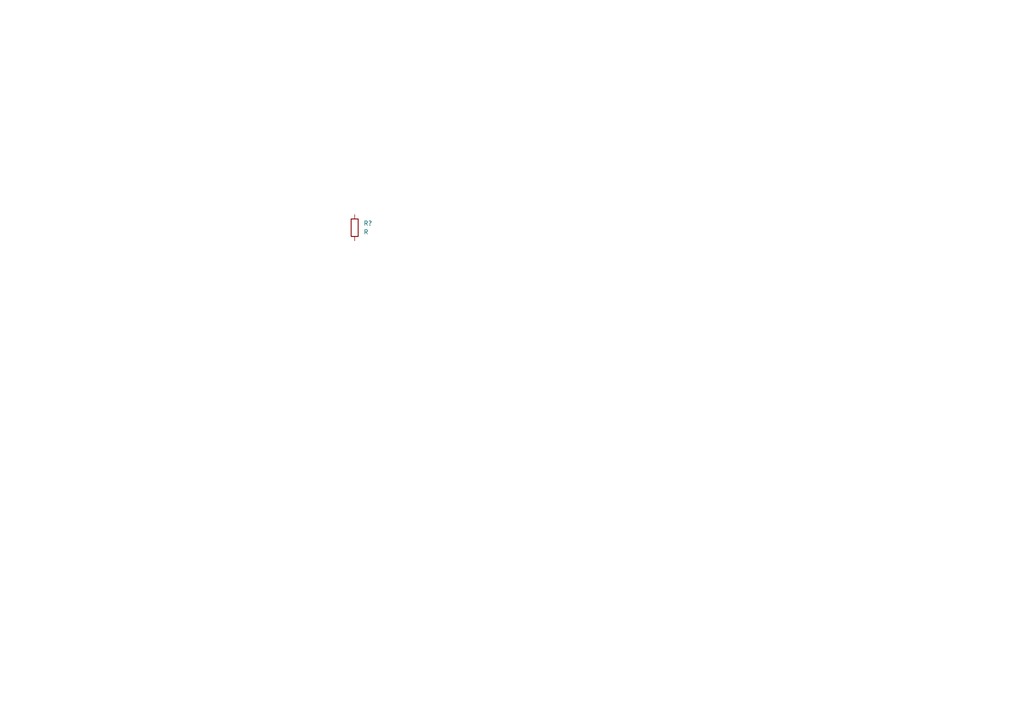
<source format=kicad_sch>
(kicad_sch (version 20211123) (generator eeschema)
  (paper "A4")
  (lib_symbols
    (symbol "Device:R" (pin_numbers hide) (pin_names (offset 0))
      (property "Reference" "R" (at 2.032 0 90))
      (property "Value" "R" (at 0 0 90))
      (symbol "R_0_1"
        (rectangle (start -1.016 -2.54) (end 1.016 2.54) (stroke (width 0.254)))
      )
      (symbol "R_1_1"
        (pin passive line (at 0 3.81 270) (length 1.27) (name "~") (number "1"))
        (pin passive line (at 0 -3.81 90) (length 1.27) (name "~") (number "2"))
      )
    )
  )
  (symbol (lib_id "Device:R") (at 102.87 66.04 0) (unit 1)
    (property "Reference" "R?" (at 105.41 64.7699 0) (effects (justify left)))
    (property "Value" "R" (at 105.41 67.3099 0) (effects (justify left)))
  )
)
</source>
